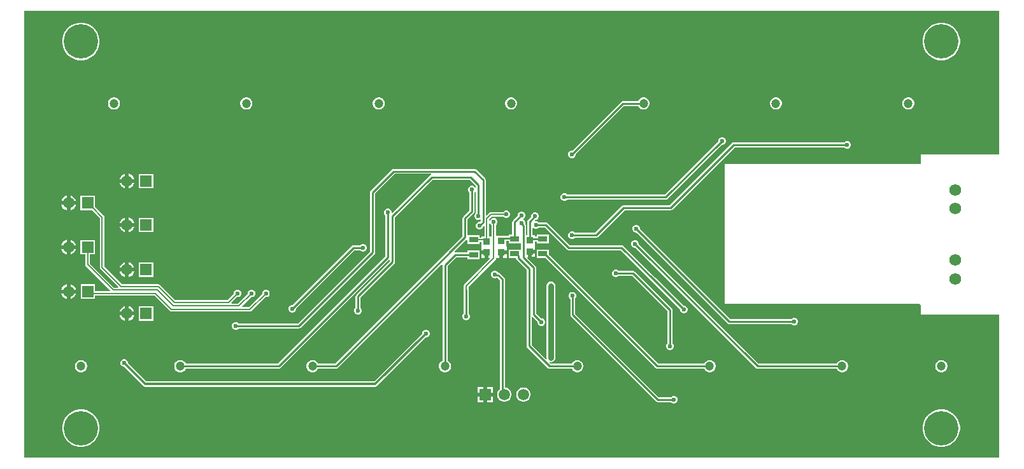
<source format=gbl>
G04*
G04 #@! TF.GenerationSoftware,Altium Limited,Altium Designer,21.2.2 (38)*
G04*
G04 Layer_Physical_Order=2*
G04 Layer_Color=16711680*
%FSLAX25Y25*%
%MOIN*%
G70*
G04*
G04 #@! TF.SameCoordinates,7E302BD7-B57C-4E89-9E1E-63AC0990036A*
G04*
G04*
G04 #@! TF.FilePolarity,Positive*
G04*
G01*
G75*
%ADD14C,0.01000*%
%ADD16R,0.04921X0.02953*%
%ADD20R,0.03740X0.03740*%
%ADD52C,0.00800*%
%ADD55C,0.03000*%
%ADD57C,0.01200*%
%ADD58C,0.04724*%
%ADD59R,0.05906X0.05906*%
%ADD60C,0.05906*%
%ADD61C,0.18000*%
%ADD62C,0.06201*%
%ADD63C,0.02362*%
G36*
X511197Y160000D02*
X470000D01*
Y155000D01*
X367500D01*
Y81500D01*
X469500D01*
X470000Y81000D01*
Y76000D01*
X511197D01*
Y803D01*
X803D01*
Y235197D01*
X511197D01*
Y160000D01*
D02*
G37*
%LPC*%
G36*
X481758Y228963D02*
X479830D01*
X477939Y228587D01*
X476158Y227849D01*
X474555Y226778D01*
X473191Y225414D01*
X472120Y223811D01*
X471382Y222030D01*
X471006Y220139D01*
Y218211D01*
X471382Y216320D01*
X472120Y214539D01*
X473191Y212936D01*
X474555Y211573D01*
X476158Y210502D01*
X477939Y209764D01*
X479830Y209388D01*
X481758D01*
X483648Y209764D01*
X485430Y210502D01*
X487033Y211573D01*
X488396Y212936D01*
X489467Y214539D01*
X490205Y216320D01*
X490581Y218211D01*
Y220139D01*
X490205Y222030D01*
X489467Y223811D01*
X488396Y225414D01*
X487033Y226778D01*
X485430Y227849D01*
X483648Y228587D01*
X481758Y228963D01*
D02*
G37*
G36*
X31364D02*
X29436D01*
X27545Y228587D01*
X25764Y227849D01*
X24161Y226778D01*
X22798Y225414D01*
X21726Y223811D01*
X20989Y222030D01*
X20613Y220139D01*
Y218211D01*
X20989Y216320D01*
X21726Y214539D01*
X22798Y212936D01*
X24161Y211573D01*
X25764Y210502D01*
X27545Y209764D01*
X29436Y209388D01*
X31364D01*
X33255Y209764D01*
X35036Y210502D01*
X36639Y211573D01*
X38002Y212936D01*
X39074Y214539D01*
X39811Y216320D01*
X40187Y218211D01*
Y220139D01*
X39811Y222030D01*
X39074Y223811D01*
X38002Y225414D01*
X36639Y226778D01*
X35036Y227849D01*
X33255Y228587D01*
X31364Y228963D01*
D02*
G37*
G36*
X463885Y189845D02*
X463056D01*
X462255Y189630D01*
X461537Y189215D01*
X460951Y188629D01*
X460536Y187911D01*
X460321Y187110D01*
Y186280D01*
X460536Y185479D01*
X460951Y184761D01*
X461537Y184175D01*
X462255Y183760D01*
X463056Y183545D01*
X463885D01*
X464686Y183760D01*
X465405Y184175D01*
X465991Y184761D01*
X466406Y185479D01*
X466620Y186280D01*
Y187110D01*
X466406Y187911D01*
X465991Y188629D01*
X465405Y189215D01*
X464686Y189630D01*
X463885Y189845D01*
D02*
G37*
G36*
X394594D02*
X393765D01*
X392964Y189630D01*
X392246Y189215D01*
X391659Y188629D01*
X391245Y187911D01*
X391030Y187110D01*
Y186280D01*
X391245Y185479D01*
X391659Y184761D01*
X392246Y184175D01*
X392964Y183760D01*
X393765Y183545D01*
X394594D01*
X395395Y183760D01*
X396113Y184175D01*
X396700Y184761D01*
X397114Y185479D01*
X397329Y186280D01*
Y187110D01*
X397114Y187911D01*
X396700Y188629D01*
X396113Y189215D01*
X395395Y189630D01*
X394594Y189845D01*
D02*
G37*
G36*
X325303D02*
X324474D01*
X323673Y189630D01*
X322954Y189215D01*
X322368Y188629D01*
X322009Y188008D01*
X314195D01*
X313693Y187908D01*
X313267Y187623D01*
X287612Y161969D01*
X287108D01*
X286385Y161669D01*
X285831Y161115D01*
X285531Y160392D01*
Y159608D01*
X285831Y158885D01*
X286385Y158331D01*
X287108Y158031D01*
X287892D01*
X288615Y158331D01*
X289169Y158885D01*
X289469Y159608D01*
Y160112D01*
X314739Y185382D01*
X322009D01*
X322368Y184761D01*
X322954Y184175D01*
X323673Y183760D01*
X324474Y183545D01*
X325303D01*
X326104Y183760D01*
X326822Y184175D01*
X327409Y184761D01*
X327823Y185479D01*
X328038Y186280D01*
Y187110D01*
X327823Y187911D01*
X327409Y188629D01*
X326822Y189215D01*
X326104Y189630D01*
X325303Y189845D01*
D02*
G37*
G36*
X256012D02*
X255182D01*
X254381Y189630D01*
X253663Y189215D01*
X253077Y188629D01*
X252662Y187911D01*
X252447Y187110D01*
Y186280D01*
X252662Y185479D01*
X253077Y184761D01*
X253663Y184175D01*
X254381Y183760D01*
X255182Y183545D01*
X256012D01*
X256813Y183760D01*
X257531Y184175D01*
X258117Y184761D01*
X258532Y185479D01*
X258746Y186280D01*
Y187110D01*
X258532Y187911D01*
X258117Y188629D01*
X257531Y189215D01*
X256813Y189630D01*
X256012Y189845D01*
D02*
G37*
G36*
X186720D02*
X185891D01*
X185090Y189630D01*
X184372Y189215D01*
X183785Y188629D01*
X183370Y187911D01*
X183156Y187110D01*
Y186280D01*
X183370Y185479D01*
X183785Y184761D01*
X184372Y184175D01*
X185090Y183760D01*
X185891Y183545D01*
X186720D01*
X187521Y183760D01*
X188239Y184175D01*
X188826Y184761D01*
X189240Y185479D01*
X189455Y186280D01*
Y187110D01*
X189240Y187911D01*
X188826Y188629D01*
X188239Y189215D01*
X187521Y189630D01*
X186720Y189845D01*
D02*
G37*
G36*
X117429D02*
X116600D01*
X115798Y189630D01*
X115080Y189215D01*
X114494Y188629D01*
X114079Y187911D01*
X113865Y187110D01*
Y186280D01*
X114079Y185479D01*
X114494Y184761D01*
X115080Y184175D01*
X115798Y183760D01*
X116600Y183545D01*
X117429D01*
X118230Y183760D01*
X118948Y184175D01*
X119534Y184761D01*
X119949Y185479D01*
X120164Y186280D01*
Y187110D01*
X119949Y187911D01*
X119534Y188629D01*
X118948Y189215D01*
X118230Y189630D01*
X117429Y189845D01*
D02*
G37*
G36*
X48138D02*
X47308D01*
X46507Y189630D01*
X45789Y189215D01*
X45202Y188629D01*
X44788Y187911D01*
X44573Y187110D01*
Y186280D01*
X44788Y185479D01*
X45202Y184761D01*
X45789Y184175D01*
X46507Y183760D01*
X47308Y183545D01*
X48138D01*
X48939Y183760D01*
X49657Y184175D01*
X50243Y184761D01*
X50658Y185479D01*
X50872Y186280D01*
Y187110D01*
X50658Y187911D01*
X50243Y188629D01*
X49657Y189215D01*
X48939Y189630D01*
X48138Y189845D01*
D02*
G37*
G36*
X431892Y166969D02*
X431108D01*
X430385Y166669D01*
X430029Y166313D01*
X372000D01*
X371498Y166213D01*
X371072Y165928D01*
X338456Y133313D01*
X314500D01*
X313998Y133213D01*
X313572Y132928D01*
X299456Y118813D01*
X288971D01*
X288615Y119169D01*
X287892Y119468D01*
X287108D01*
X286385Y119169D01*
X285831Y118615D01*
X285531Y117892D01*
Y117108D01*
X285831Y116385D01*
X286385Y115831D01*
X287108Y115532D01*
X287892D01*
X288615Y115831D01*
X288971Y116187D01*
X300000D01*
X300502Y116287D01*
X300928Y116572D01*
X315044Y130687D01*
X339000D01*
X339502Y130787D01*
X339928Y131072D01*
X372544Y163687D01*
X430029D01*
X430385Y163331D01*
X431108Y163031D01*
X431892D01*
X432615Y163331D01*
X433169Y163885D01*
X433468Y164608D01*
Y165392D01*
X433169Y166115D01*
X432615Y166669D01*
X431892Y166969D01*
D02*
G37*
G36*
X55500Y149824D02*
Y147000D01*
X58324D01*
X58183Y147526D01*
X57663Y148427D01*
X56927Y149163D01*
X56026Y149683D01*
X55500Y149824D01*
D02*
G37*
G36*
X53500D02*
X52974Y149683D01*
X52073Y149163D01*
X51337Y148427D01*
X50817Y147526D01*
X50676Y147000D01*
X53500D01*
Y149824D01*
D02*
G37*
G36*
X236400Y152413D02*
X194100D01*
X193598Y152313D01*
X193172Y152028D01*
X182072Y140928D01*
X181787Y140502D01*
X181687Y140000D01*
Y109044D01*
X143956Y71313D01*
X112971D01*
X112615Y71669D01*
X111892Y71969D01*
X111108D01*
X110385Y71669D01*
X109831Y71115D01*
X109531Y70392D01*
Y69608D01*
X109831Y68885D01*
X110385Y68331D01*
X111108Y68032D01*
X111892D01*
X112615Y68331D01*
X112971Y68687D01*
X144500D01*
X145002Y68787D01*
X145428Y69072D01*
X183928Y107572D01*
X184213Y107998D01*
X184313Y108500D01*
Y139456D01*
X194644Y149787D01*
X213824D01*
X213873Y149287D01*
X213498Y149213D01*
X213072Y148928D01*
X193468Y129325D01*
X192968Y129532D01*
Y129892D01*
X192669Y130615D01*
X192115Y131169D01*
X191392Y131468D01*
X190608D01*
X189885Y131169D01*
X189331Y130615D01*
X189032Y129892D01*
Y129108D01*
X189331Y128385D01*
X189687Y128029D01*
Y106544D01*
X133356Y50213D01*
X85247D01*
X84889Y50834D01*
X84302Y51420D01*
X83584Y51835D01*
X82783Y52050D01*
X81954D01*
X81153Y51835D01*
X80435Y51420D01*
X79848Y50834D01*
X79434Y50116D01*
X79219Y49315D01*
Y48485D01*
X79434Y47684D01*
X79848Y46966D01*
X80435Y46380D01*
X81153Y45965D01*
X81954Y45750D01*
X82783D01*
X83584Y45965D01*
X84302Y46380D01*
X84889Y46966D01*
X85247Y47587D01*
X133900D01*
X134402Y47687D01*
X134828Y47972D01*
X191687Y104831D01*
X192187Y104624D01*
Y104044D01*
X174572Y86428D01*
X174287Y86002D01*
X174187Y85500D01*
Y79471D01*
X173831Y79115D01*
X173531Y78392D01*
Y77608D01*
X173831Y76885D01*
X174385Y76331D01*
X175108Y76032D01*
X175892D01*
X176615Y76331D01*
X177169Y76885D01*
X177469Y77608D01*
Y78392D01*
X177169Y79115D01*
X176813Y79471D01*
Y84956D01*
X194428Y102572D01*
X194713Y102998D01*
X194813Y103500D01*
Y126956D01*
X214544Y146687D01*
X233956D01*
X237187Y143456D01*
Y142670D01*
X236687Y142570D01*
X236669Y142615D01*
X236115Y143169D01*
X235392Y143468D01*
X234608D01*
X233885Y143169D01*
X233331Y142615D01*
X233032Y141892D01*
Y141108D01*
X233331Y140385D01*
X233687Y140029D01*
Y130544D01*
X230572Y127428D01*
X230287Y127002D01*
X230187Y126500D01*
Y117044D01*
X163356Y50213D01*
X154539D01*
X154180Y50834D01*
X153594Y51420D01*
X152875Y51835D01*
X152075Y52050D01*
X151245D01*
X150444Y51835D01*
X149726Y51420D01*
X149139Y50834D01*
X148725Y50116D01*
X148510Y49315D01*
Y48485D01*
X148725Y47684D01*
X149139Y46966D01*
X149726Y46380D01*
X150444Y45965D01*
X151245Y45750D01*
X152075D01*
X152875Y45965D01*
X153594Y46380D01*
X154180Y46966D01*
X154539Y47587D01*
X163900D01*
X164402Y47687D01*
X164828Y47972D01*
X219209Y102352D01*
X219669Y102106D01*
X219639Y101951D01*
Y51779D01*
X219017Y51420D01*
X218431Y50834D01*
X218016Y50116D01*
X217802Y49315D01*
Y48485D01*
X218016Y47684D01*
X218431Y46966D01*
X219017Y46380D01*
X219736Y45965D01*
X220536Y45750D01*
X221366D01*
X222167Y45965D01*
X222885Y46380D01*
X223471Y46966D01*
X223886Y47684D01*
X224101Y48485D01*
Y49315D01*
X223886Y50116D01*
X223471Y50834D01*
X222885Y51420D01*
X222264Y51779D01*
Y101408D01*
X226859Y106002D01*
X232646D01*
Y105051D01*
X239142D01*
Y109579D01*
X232646D01*
Y108628D01*
X226315D01*
X226160Y108597D01*
X225914Y109058D01*
X232146Y115289D01*
X232646Y115082D01*
Y112925D01*
X239142D01*
Y113978D01*
X240142D01*
Y111748D01*
X239930Y111370D01*
X239930D01*
Y109500D01*
X242800D01*
Y108500D01*
X243800D01*
Y105630D01*
X244265D01*
X244456Y105168D01*
X231144Y91856D01*
X230882Y91463D01*
X230789Y91000D01*
X230789Y91000D01*
Y89505D01*
X230787Y89502D01*
X230687Y89000D01*
Y76471D01*
X230331Y76115D01*
X230031Y75392D01*
Y74608D01*
X230331Y73885D01*
X230885Y73331D01*
X231608Y73032D01*
X232392D01*
X233115Y73331D01*
X233669Y73885D01*
X233968Y74608D01*
Y75392D01*
X233669Y76115D01*
X233313Y76471D01*
Y89000D01*
X233213Y89502D01*
X233211Y89505D01*
Y90499D01*
X247356Y104644D01*
X247356Y104644D01*
X247619Y105037D01*
X247711Y105500D01*
X248116Y105724D01*
X249494D01*
Y108595D01*
X250494D01*
Y109595D01*
X253364D01*
Y111431D01*
X253364Y111465D01*
X253151Y111876D01*
X253151Y111965D01*
Y114687D01*
X254252D01*
Y113425D01*
X260748D01*
X260811Y112951D01*
Y110553D01*
X260748Y110079D01*
X254252D01*
Y105551D01*
X258074D01*
X258159Y105126D01*
X258443Y104700D01*
X263687Y99456D01*
Y59500D01*
X263787Y58998D01*
X264072Y58572D01*
X274672Y47972D01*
X275098Y47687D01*
X275600Y47587D01*
X287364D01*
X287722Y46966D01*
X288309Y46380D01*
X289027Y45965D01*
X289828Y45750D01*
X290657D01*
X291458Y45965D01*
X292176Y46380D01*
X292763Y46966D01*
X293178Y47684D01*
X293392Y48485D01*
Y49315D01*
X293178Y50116D01*
X292763Y50834D01*
X292176Y51420D01*
X291458Y51835D01*
X290657Y52050D01*
X289828D01*
X289027Y51835D01*
X288309Y51420D01*
X287722Y50834D01*
X287364Y50213D01*
X276144D01*
X275624Y50732D01*
X275870Y51193D01*
X276500Y51068D01*
X277393Y51245D01*
X278149Y51751D01*
X278655Y52508D01*
X278832Y53400D01*
Y57800D01*
X278812Y57900D01*
X278832Y58000D01*
Y91003D01*
X278655Y91895D01*
X278149Y92652D01*
X277393Y93157D01*
X276500Y93335D01*
X275607Y93157D01*
X274851Y92652D01*
X274345Y91895D01*
X274168Y91003D01*
Y58403D01*
X274068Y57900D01*
X274168Y57397D01*
Y53400D01*
X274293Y52770D01*
X273832Y52524D01*
X266313Y60044D01*
Y74624D01*
X266813Y74831D01*
X269531Y72112D01*
Y71608D01*
X269831Y70885D01*
X270385Y70331D01*
X271108Y70031D01*
X271892D01*
X272615Y70331D01*
X273169Y70885D01*
X273468Y71608D01*
Y72392D01*
X273169Y73115D01*
X272615Y73669D01*
X271892Y73968D01*
X271388D01*
X268813Y76544D01*
Y100500D01*
X268713Y101002D01*
X268428Y101428D01*
X264094Y105763D01*
X264285Y106224D01*
X264294D01*
Y109095D01*
X265294D01*
Y110094D01*
X268164D01*
Y111965D01*
X268164D01*
X267951Y112343D01*
Y114376D01*
X268952D01*
Y113425D01*
X275448D01*
Y117953D01*
X268952D01*
Y117002D01*
X267951D01*
Y117657D01*
X266606D01*
Y121532D01*
X267106Y121730D01*
X267520Y121316D01*
X268244Y121017D01*
X269027D01*
X269750Y121316D01*
X270106Y121672D01*
X273284D01*
X284885Y110072D01*
X285311Y109787D01*
X285813Y109687D01*
X312956D01*
X329080Y93564D01*
X329080Y93564D01*
X344032Y78612D01*
Y78108D01*
X344331Y77385D01*
X344885Y76831D01*
X345608Y76531D01*
X346392D01*
X347115Y76831D01*
X347669Y77385D01*
X347969Y78108D01*
Y78892D01*
X347669Y79615D01*
X347115Y80169D01*
X346392Y80468D01*
X345888D01*
X330936Y95420D01*
X330936Y95420D01*
X314428Y111928D01*
X314002Y112213D01*
X313500Y112313D01*
X286357D01*
X274756Y123913D01*
X274330Y124198D01*
X273828Y124298D01*
X270106D01*
X269750Y124654D01*
X269027Y124953D01*
X268406D01*
X268131Y125337D01*
X268108Y125416D01*
X268183Y125531D01*
X268492D01*
X269215Y125831D01*
X269769Y126385D01*
X270069Y127108D01*
Y127892D01*
X269769Y128615D01*
X269215Y129169D01*
X268492Y129469D01*
X267708D01*
X266985Y129169D01*
X266431Y128615D01*
X266131Y127892D01*
Y127388D01*
X264365Y125622D01*
X264081Y125196D01*
X263981Y124694D01*
Y117657D01*
X263436D01*
Y122508D01*
X263336Y123010D01*
X263052Y123436D01*
X262942Y123545D01*
X262968Y123608D01*
Y124392D01*
X262669Y125115D01*
X262115Y125669D01*
X261969Y125729D01*
Y126271D01*
X262115Y126331D01*
X262669Y126885D01*
X262968Y127608D01*
Y128392D01*
X262669Y129115D01*
X262115Y129669D01*
X261392Y129969D01*
X260608D01*
X259885Y129669D01*
X259331Y129115D01*
X259032Y128392D01*
Y127888D01*
X256572Y125428D01*
X256287Y125002D01*
X256187Y124500D01*
Y117953D01*
X254252D01*
Y117313D01*
X252449D01*
X251947Y117213D01*
X251902Y117183D01*
X251864D01*
X251737Y117157D01*
X247836Y117157D01*
X247711Y117606D01*
Y122927D01*
X248169Y123385D01*
X248468Y124108D01*
Y124892D01*
X248169Y125615D01*
X247615Y126169D01*
X246892Y126469D01*
X246108D01*
X245385Y126169D01*
X244831Y125615D01*
X244531Y124892D01*
Y124108D01*
X244831Y123385D01*
X245289Y122927D01*
Y117063D01*
X244011D01*
Y125798D01*
X245501Y127289D01*
X251427D01*
X251885Y126831D01*
X252608Y126532D01*
X253392D01*
X254115Y126831D01*
X254669Y127385D01*
X254969Y128108D01*
Y128892D01*
X254669Y129615D01*
X254115Y130169D01*
X253392Y130468D01*
X252608D01*
X251885Y130169D01*
X251427Y129711D01*
X245000D01*
X245000Y129711D01*
X244537Y129619D01*
X244144Y129356D01*
X242732Y127944D01*
X242270Y128135D01*
Y146543D01*
X242170Y147045D01*
X241885Y147471D01*
X237328Y152028D01*
X236902Y152313D01*
X236400Y152413D01*
D02*
G37*
G36*
X68240Y149740D02*
X60760D01*
Y142260D01*
X68240D01*
Y149740D01*
D02*
G37*
G36*
X58324Y145000D02*
X55500D01*
Y142176D01*
X56026Y142317D01*
X56927Y142837D01*
X57663Y143573D01*
X58183Y144474D01*
X58324Y145000D01*
D02*
G37*
G36*
X53500D02*
X50676D01*
X50817Y144474D01*
X51337Y143573D01*
X52073Y142837D01*
X52974Y142317D01*
X53500Y142176D01*
Y145000D01*
D02*
G37*
G36*
X366392Y168968D02*
X365608D01*
X364885Y168669D01*
X364331Y168115D01*
X364032Y167392D01*
Y166888D01*
X335956Y138813D01*
X284971D01*
X284615Y139169D01*
X283892Y139469D01*
X283108D01*
X282385Y139169D01*
X281831Y138615D01*
X281532Y137892D01*
Y137108D01*
X281831Y136385D01*
X282385Y135831D01*
X283108Y135531D01*
X283892D01*
X284615Y135831D01*
X284971Y136187D01*
X336500D01*
X337002Y136287D01*
X337428Y136572D01*
X365888Y165032D01*
X366392D01*
X367115Y165331D01*
X367669Y165885D01*
X367969Y166608D01*
Y167392D01*
X367669Y168115D01*
X367115Y168669D01*
X366392Y168968D01*
D02*
G37*
G36*
X24894Y138324D02*
Y135500D01*
X27718D01*
X27577Y136026D01*
X27057Y136927D01*
X26321Y137663D01*
X25419Y138183D01*
X24894Y138324D01*
D02*
G37*
G36*
X22894D02*
X22368Y138183D01*
X21467Y137663D01*
X20731Y136927D01*
X20210Y136026D01*
X20069Y135500D01*
X22894D01*
Y138324D01*
D02*
G37*
G36*
X27718Y133500D02*
X24894D01*
Y130676D01*
X25419Y130817D01*
X26321Y131337D01*
X27057Y132073D01*
X27577Y132974D01*
X27718Y133500D01*
D02*
G37*
G36*
X22894D02*
X20069D01*
X20210Y132974D01*
X20731Y132073D01*
X21467Y131337D01*
X22368Y130817D01*
X22894Y130676D01*
Y133500D01*
D02*
G37*
G36*
X55500Y126824D02*
Y124000D01*
X58324D01*
X58183Y124526D01*
X57663Y125427D01*
X56927Y126163D01*
X56026Y126683D01*
X55500Y126824D01*
D02*
G37*
G36*
X53500D02*
X52974Y126683D01*
X52073Y126163D01*
X51337Y125427D01*
X50817Y124526D01*
X50676Y124000D01*
X53500D01*
Y126824D01*
D02*
G37*
G36*
X68240Y126740D02*
X60760D01*
Y119260D01*
X68240D01*
Y126740D01*
D02*
G37*
G36*
X58324Y122000D02*
X55500D01*
Y119176D01*
X56026Y119317D01*
X56927Y119837D01*
X57663Y120573D01*
X58183Y121474D01*
X58324Y122000D01*
D02*
G37*
G36*
X53500D02*
X50676D01*
X50817Y121474D01*
X51337Y120573D01*
X52073Y119837D01*
X52974Y119317D01*
X53500Y119176D01*
Y122000D01*
D02*
G37*
G36*
X24894Y115124D02*
Y112300D01*
X27718D01*
X27577Y112826D01*
X27057Y113727D01*
X26321Y114463D01*
X25419Y114983D01*
X24894Y115124D01*
D02*
G37*
G36*
X22894D02*
X22368Y114983D01*
X21467Y114463D01*
X20731Y113727D01*
X20210Y112826D01*
X20069Y112300D01*
X22894D01*
Y115124D01*
D02*
G37*
G36*
X178392Y112969D02*
X177608D01*
X176885Y112669D01*
X176529Y112313D01*
X173000D01*
X172498Y112213D01*
X172072Y111928D01*
X141112Y80968D01*
X140608D01*
X139885Y80669D01*
X139331Y80115D01*
X139032Y79392D01*
Y78608D01*
X139331Y77885D01*
X139885Y77331D01*
X140608Y77031D01*
X141392D01*
X142115Y77331D01*
X142669Y77885D01*
X142968Y78608D01*
Y79112D01*
X173544Y109687D01*
X176529D01*
X176885Y109331D01*
X177608Y109031D01*
X178392D01*
X179115Y109331D01*
X179669Y109885D01*
X179969Y110608D01*
Y111392D01*
X179669Y112115D01*
X179115Y112669D01*
X178392Y112969D01*
D02*
G37*
G36*
X27718Y110300D02*
X24894D01*
Y107476D01*
X25419Y107617D01*
X26321Y108137D01*
X27057Y108873D01*
X27577Y109774D01*
X27718Y110300D01*
D02*
G37*
G36*
X22894D02*
X20069D01*
X20210Y109774D01*
X20731Y108873D01*
X21467Y108137D01*
X22368Y107617D01*
X22894Y107476D01*
Y110300D01*
D02*
G37*
G36*
X268164Y108095D02*
X266294D01*
Y106224D01*
X268164D01*
Y108095D01*
D02*
G37*
G36*
X253364Y107595D02*
X251494D01*
Y105724D01*
X253364D01*
Y107595D01*
D02*
G37*
G36*
X241800Y107500D02*
X239930D01*
Y105630D01*
X241800D01*
Y107500D01*
D02*
G37*
G36*
X55500Y103324D02*
Y100500D01*
X58324D01*
X58183Y101026D01*
X57663Y101927D01*
X56927Y102663D01*
X56026Y103183D01*
X55500Y103324D01*
D02*
G37*
G36*
X53500D02*
X52974Y103183D01*
X52073Y102663D01*
X51337Y101927D01*
X50817Y101026D01*
X50676Y100500D01*
X53500D01*
Y103324D01*
D02*
G37*
G36*
X68240Y103240D02*
X60760D01*
Y95760D01*
X68240D01*
Y103240D01*
D02*
G37*
G36*
X58324Y98500D02*
X55500D01*
Y95676D01*
X56026Y95817D01*
X56927Y96337D01*
X57663Y97073D01*
X58183Y97974D01*
X58324Y98500D01*
D02*
G37*
G36*
X53500D02*
X50676D01*
X50817Y97974D01*
X51337Y97073D01*
X52073Y96337D01*
X52974Y95817D01*
X53500Y95676D01*
Y98500D01*
D02*
G37*
G36*
X37634Y138240D02*
X30154D01*
Y130760D01*
X36028D01*
X40289Y126498D01*
Y100669D01*
X40289Y100669D01*
X40382Y100205D01*
X40644Y99813D01*
X49950Y90507D01*
X49758Y90045D01*
X47767D01*
X35104Y102708D01*
Y107560D01*
X37634D01*
Y115040D01*
X30154D01*
Y107560D01*
X32683D01*
Y102206D01*
X32683Y102206D01*
X32775Y101743D01*
X33038Y101350D01*
X45715Y88673D01*
X45524Y88211D01*
X37692D01*
Y91792D01*
X30212D01*
Y84312D01*
X37692D01*
Y85789D01*
X68998D01*
X76944Y77844D01*
X76944Y77844D01*
X77337Y77582D01*
X77800Y77489D01*
X118845D01*
X118846Y77489D01*
X119309Y77582D01*
X119702Y77844D01*
X126966Y85109D01*
X127614D01*
X128338Y85408D01*
X128892Y85962D01*
X129191Y86686D01*
Y87469D01*
X128892Y88192D01*
X128338Y88746D01*
X127614Y89046D01*
X126831D01*
X126108Y88746D01*
X125554Y88192D01*
X125254Y87469D01*
Y86821D01*
X118344Y79911D01*
X114976D01*
X114785Y80373D01*
X119544Y85132D01*
X120192D01*
X120915Y85431D01*
X121469Y85985D01*
X121768Y86708D01*
Y87492D01*
X121469Y88215D01*
X120915Y88769D01*
X120192Y89069D01*
X119408D01*
X118685Y88769D01*
X118131Y88215D01*
X117832Y87492D01*
Y86844D01*
X112698Y81711D01*
X109376D01*
X109185Y82173D01*
X112144Y85132D01*
X112792D01*
X113515Y85431D01*
X114069Y85985D01*
X114368Y86708D01*
Y87492D01*
X114069Y88215D01*
X113515Y88769D01*
X112792Y89069D01*
X112008D01*
X111285Y88769D01*
X110731Y88215D01*
X110432Y87492D01*
Y86844D01*
X107098Y83511D01*
X79793D01*
X71813Y91490D01*
X71420Y91753D01*
X70957Y91845D01*
X70957Y91845D01*
X52036D01*
X42711Y101170D01*
Y127000D01*
X42711Y127000D01*
X42619Y127463D01*
X42356Y127856D01*
X37634Y132578D01*
Y138240D01*
D02*
G37*
G36*
X24952Y91876D02*
Y89052D01*
X27776D01*
X27635Y89578D01*
X27115Y90479D01*
X26379Y91215D01*
X25478Y91735D01*
X24952Y91876D01*
D02*
G37*
G36*
X22952D02*
X22426Y91735D01*
X21525Y91215D01*
X20789Y90479D01*
X20269Y89578D01*
X20128Y89052D01*
X22952D01*
Y91876D01*
D02*
G37*
G36*
X27776Y87052D02*
X24952D01*
Y84228D01*
X25478Y84369D01*
X26379Y84889D01*
X27115Y85625D01*
X27635Y86526D01*
X27776Y87052D01*
D02*
G37*
G36*
X22952D02*
X20128D01*
X20269Y86526D01*
X20789Y85625D01*
X21525Y84889D01*
X22426Y84369D01*
X22952Y84228D01*
Y87052D01*
D02*
G37*
G36*
X55500Y80324D02*
Y77500D01*
X58324D01*
X58183Y78026D01*
X57663Y78927D01*
X56927Y79663D01*
X56026Y80183D01*
X55500Y80324D01*
D02*
G37*
G36*
X53500D02*
X52974Y80183D01*
X52073Y79663D01*
X51337Y78927D01*
X50817Y78026D01*
X50676Y77500D01*
X53500D01*
Y80324D01*
D02*
G37*
G36*
X68240Y80240D02*
X60760D01*
Y72760D01*
X68240D01*
Y80240D01*
D02*
G37*
G36*
X58324Y75500D02*
X55500D01*
Y72676D01*
X56026Y72817D01*
X56927Y73337D01*
X57663Y74073D01*
X58183Y74974D01*
X58324Y75500D01*
D02*
G37*
G36*
X53500D02*
X50676D01*
X50817Y74974D01*
X51337Y74073D01*
X52073Y73337D01*
X52974Y72817D01*
X53500Y72676D01*
Y75500D01*
D02*
G37*
G36*
X321392Y122968D02*
X320608D01*
X319885Y122669D01*
X319331Y122115D01*
X319032Y121392D01*
Y120608D01*
X319331Y119885D01*
X319885Y119331D01*
X320608Y119032D01*
X321112D01*
X368876Y71268D01*
X369301Y70984D01*
X369804Y70884D01*
X402342D01*
X402698Y70527D01*
X403421Y70228D01*
X404205D01*
X404928Y70527D01*
X405482Y71081D01*
X405782Y71805D01*
Y72588D01*
X405482Y73311D01*
X404928Y73865D01*
X404205Y74165D01*
X403421D01*
X402698Y73865D01*
X402342Y73509D01*
X370347D01*
X322969Y120888D01*
Y121392D01*
X322669Y122115D01*
X322115Y122669D01*
X321392Y122968D01*
D02*
G37*
G36*
X310792Y99468D02*
X310008D01*
X309285Y99169D01*
X308731Y98615D01*
X308432Y97892D01*
Y97108D01*
X308731Y96385D01*
X309285Y95831D01*
X310008Y95531D01*
X310792D01*
X311515Y95831D01*
X311871Y96187D01*
X318956D01*
X337387Y77756D01*
Y60871D01*
X337031Y60515D01*
X336732Y59792D01*
Y59008D01*
X337031Y58285D01*
X337585Y57731D01*
X338308Y57432D01*
X339092D01*
X339815Y57731D01*
X340369Y58285D01*
X340669Y59008D01*
Y59792D01*
X340369Y60515D01*
X340013Y60871D01*
Y78300D01*
X339913Y78802D01*
X339628Y79228D01*
X320428Y98428D01*
X320002Y98713D01*
X319500Y98813D01*
X311871D01*
X311515Y99169D01*
X310792Y99468D01*
D02*
G37*
G36*
X481208Y52050D02*
X480379D01*
X479578Y51835D01*
X478860Y51420D01*
X478273Y50834D01*
X477859Y50116D01*
X477644Y49315D01*
Y48485D01*
X477859Y47684D01*
X478273Y46966D01*
X478860Y46380D01*
X479578Y45965D01*
X480379Y45750D01*
X481208D01*
X482009Y45965D01*
X482728Y46380D01*
X483314Y46966D01*
X483729Y47684D01*
X483943Y48485D01*
Y49315D01*
X483729Y50116D01*
X483314Y50834D01*
X482728Y51420D01*
X482009Y51835D01*
X481208Y52050D01*
D02*
G37*
G36*
X320892Y114969D02*
X320108D01*
X319385Y114669D01*
X318831Y114115D01*
X318531Y113392D01*
Y112608D01*
X318831Y111885D01*
X319385Y111331D01*
X320108Y111031D01*
X320612D01*
X383672Y47972D01*
X384098Y47687D01*
X384600Y47587D01*
X425946D01*
X426305Y46966D01*
X426891Y46380D01*
X427609Y45965D01*
X428410Y45750D01*
X429240D01*
X430041Y45965D01*
X430759Y46380D01*
X431346Y46966D01*
X431760Y47684D01*
X431975Y48485D01*
Y49315D01*
X431760Y50116D01*
X431346Y50834D01*
X430759Y51420D01*
X430041Y51835D01*
X429240Y52050D01*
X428410D01*
X427609Y51835D01*
X426891Y51420D01*
X426305Y50834D01*
X425946Y50213D01*
X385144D01*
X322468Y112888D01*
Y113392D01*
X322169Y114115D01*
X321615Y114669D01*
X320892Y114969D01*
D02*
G37*
G36*
X275448Y110079D02*
X268952D01*
Y105551D01*
X273592D01*
X331171Y47972D01*
X331597Y47687D01*
X332099Y47587D01*
X356655D01*
X357014Y46966D01*
X357600Y46380D01*
X358318Y45965D01*
X359119Y45750D01*
X359948D01*
X360750Y45965D01*
X361468Y46380D01*
X362054Y46966D01*
X362469Y47684D01*
X362684Y48485D01*
Y49315D01*
X362469Y50116D01*
X362054Y50834D01*
X361468Y51420D01*
X360750Y51835D01*
X359948Y52050D01*
X359119D01*
X358318Y51835D01*
X357600Y51420D01*
X357014Y50834D01*
X356655Y50213D01*
X332643D01*
X275448Y107407D01*
Y110079D01*
D02*
G37*
G36*
X30815Y52050D02*
X29985D01*
X29184Y51835D01*
X28466Y51420D01*
X27880Y50834D01*
X27465Y50116D01*
X27250Y49315D01*
Y48485D01*
X27465Y47684D01*
X27880Y46966D01*
X28466Y46380D01*
X29184Y45965D01*
X29985Y45750D01*
X30815D01*
X31616Y45965D01*
X32334Y46380D01*
X32920Y46966D01*
X33335Y47684D01*
X33550Y48485D01*
Y49315D01*
X33335Y50116D01*
X32920Y50834D01*
X32334Y51420D01*
X31616Y51835D01*
X30815Y52050D01*
D02*
G37*
G36*
X211392Y67968D02*
X210608D01*
X209885Y67669D01*
X209331Y67115D01*
X209032Y66392D01*
Y66032D01*
X183914Y40915D01*
X64586D01*
X54969Y50532D01*
Y50892D01*
X54669Y51615D01*
X54115Y52169D01*
X53392Y52469D01*
X52608D01*
X51885Y52169D01*
X51331Y51615D01*
X51032Y50892D01*
Y50108D01*
X51331Y49385D01*
X51885Y48831D01*
X52608Y48531D01*
X52968D01*
X63000Y38500D01*
X63459Y38193D01*
X64000Y38085D01*
X184500D01*
X185041Y38193D01*
X185500Y38500D01*
X211032Y64031D01*
X211392D01*
X212115Y64331D01*
X212669Y64885D01*
X212968Y65608D01*
Y66392D01*
X212669Y67115D01*
X212115Y67669D01*
X211392Y67968D01*
D02*
G37*
G36*
X245953Y37953D02*
X243000D01*
Y35000D01*
X245953D01*
Y37953D01*
D02*
G37*
G36*
X241000D02*
X238047D01*
Y35000D01*
X241000D01*
Y37953D01*
D02*
G37*
G36*
X262492Y37740D02*
X261508D01*
X260556Y37485D01*
X259703Y36993D01*
X259007Y36296D01*
X258515Y35444D01*
X258260Y34492D01*
Y33508D01*
X258515Y32556D01*
X259007Y31703D01*
X259703Y31007D01*
X260556Y30515D01*
X261508Y30260D01*
X262492D01*
X263444Y30515D01*
X264297Y31007D01*
X264993Y31703D01*
X265485Y32556D01*
X265740Y33508D01*
Y34492D01*
X265485Y35444D01*
X264993Y36296D01*
X264297Y36993D01*
X263444Y37485D01*
X262492Y37740D01*
D02*
G37*
G36*
X247392Y98968D02*
X246608D01*
X245885Y98669D01*
X245331Y98115D01*
X245031Y97392D01*
Y96608D01*
X245331Y95885D01*
X245885Y95331D01*
X246608Y95031D01*
X247392D01*
X248115Y95331D01*
X248211Y95427D01*
X248217D01*
X249687Y93956D01*
Y38000D01*
X249749Y37691D01*
Y37019D01*
X249704Y36993D01*
X249007Y36296D01*
X248515Y35444D01*
X248260Y34492D01*
Y33508D01*
X248515Y32556D01*
X249007Y31703D01*
X249704Y31007D01*
X250556Y30515D01*
X251508Y30260D01*
X252492D01*
X253444Y30515D01*
X254296Y31007D01*
X254993Y31703D01*
X255485Y32556D01*
X255740Y33508D01*
Y34492D01*
X255485Y35444D01*
X254993Y36296D01*
X254296Y36993D01*
X253444Y37485D01*
X252492Y37740D01*
X252374D01*
Y37939D01*
X252313Y38247D01*
Y94500D01*
X252213Y95002D01*
X251928Y95428D01*
X249689Y97667D01*
X249263Y97952D01*
X248761Y98052D01*
X248695D01*
X248669Y98115D01*
X248115Y98669D01*
X247392Y98968D01*
D02*
G37*
G36*
X245953Y33000D02*
X243000D01*
Y30047D01*
X245953D01*
Y33000D01*
D02*
G37*
G36*
X241000D02*
X238047D01*
Y30047D01*
X241000D01*
Y33000D01*
D02*
G37*
G36*
X287992Y87769D02*
X287208D01*
X286485Y87469D01*
X285931Y86915D01*
X285631Y86192D01*
Y85408D01*
X285931Y84685D01*
X286485Y84131D01*
X286548Y84105D01*
Y75839D01*
X286648Y75337D01*
X286932Y74911D01*
X331372Y30472D01*
X331798Y30187D01*
X332300Y30087D01*
X339229D01*
X339585Y29731D01*
X340308Y29432D01*
X341092D01*
X341815Y29731D01*
X342369Y30285D01*
X342669Y31008D01*
Y31792D01*
X342369Y32515D01*
X341815Y33069D01*
X341092Y33369D01*
X340308D01*
X339585Y33069D01*
X339229Y32713D01*
X332844D01*
X289173Y76383D01*
Y84589D01*
X289269Y84685D01*
X289568Y85408D01*
Y86192D01*
X289269Y86915D01*
X288715Y87469D01*
X287992Y87769D01*
D02*
G37*
G36*
X481758Y26207D02*
X479830D01*
X477939Y25831D01*
X476158Y25093D01*
X474555Y24022D01*
X473191Y22659D01*
X472120Y21056D01*
X471382Y19275D01*
X471006Y17384D01*
Y15456D01*
X471382Y13565D01*
X472120Y11784D01*
X473191Y10181D01*
X474555Y8817D01*
X476158Y7746D01*
X477939Y7008D01*
X479830Y6632D01*
X481758D01*
X483649Y7008D01*
X485430Y7746D01*
X487033Y8817D01*
X488396Y10181D01*
X489467Y11784D01*
X490205Y13565D01*
X490581Y15456D01*
Y17384D01*
X490205Y19275D01*
X489467Y21056D01*
X488396Y22659D01*
X487033Y24022D01*
X485430Y25093D01*
X483649Y25831D01*
X481758Y26207D01*
D02*
G37*
G36*
X31364D02*
X29436D01*
X27545Y25831D01*
X25764Y25093D01*
X24161Y24022D01*
X22798Y22659D01*
X21726Y21056D01*
X20989Y19275D01*
X20613Y17384D01*
Y15456D01*
X20989Y13565D01*
X21726Y11784D01*
X22798Y10181D01*
X24161Y8817D01*
X25764Y7746D01*
X27545Y7008D01*
X29436Y6632D01*
X31364D01*
X33255Y7008D01*
X35036Y7746D01*
X36639Y8817D01*
X38002Y10181D01*
X39074Y11784D01*
X39811Y13565D01*
X40187Y15456D01*
Y17384D01*
X39811Y19275D01*
X39074Y21056D01*
X38002Y22659D01*
X36639Y24022D01*
X35036Y25093D01*
X33255Y25831D01*
X31364Y26207D01*
D02*
G37*
%LPD*%
G36*
X237187Y140330D02*
Y129317D01*
X237161Y129306D01*
X236607Y128752D01*
X236307Y128029D01*
Y127246D01*
X236607Y126522D01*
X237161Y125968D01*
X237884Y125669D01*
X238667D01*
X239087Y125842D01*
X239587Y125511D01*
Y124944D01*
X239112Y124469D01*
X238608D01*
X237885Y124169D01*
X237331Y123615D01*
X237032Y122892D01*
Y122108D01*
X237331Y121385D01*
X237885Y120831D01*
X238608Y120531D01*
X239392D01*
X240115Y120831D01*
X240669Y121385D01*
X240968Y122108D01*
Y122296D01*
X241089Y122379D01*
X241589Y122116D01*
Y117063D01*
X240142D01*
Y116400D01*
X239142D01*
Y117453D01*
X232813D01*
Y125956D01*
X235928Y129072D01*
X236213Y129498D01*
X236313Y130000D01*
Y140029D01*
X236669Y140385D01*
X236687Y140430D01*
X237187Y140330D01*
D02*
G37*
D14*
X240900Y124400D02*
Y127087D01*
X133900Y48900D02*
X191000Y106000D01*
X251864Y115870D02*
X252319D01*
X384600Y48900D02*
X428825D01*
X339000Y132000D02*
X372000Y165000D01*
X251061Y34939D02*
X252000Y34000D01*
X240900Y127087D02*
X240957Y127144D01*
X191000Y106000D02*
Y129500D01*
X252319Y115870D02*
X252449Y116000D01*
X287861Y75839D02*
X332300Y31400D01*
X372000Y165000D02*
X431500D01*
X232000Y75000D02*
Y89000D01*
X287600Y85800D02*
X287861Y85539D01*
X251000Y38000D02*
Y94500D01*
X265000Y59500D02*
Y100000D01*
X183000Y108500D02*
Y140000D01*
X151660Y48900D02*
X163900D01*
X332300Y31400D02*
X340700D01*
X262123Y105877D02*
X267500Y100500D01*
X265000Y59500D02*
X275600Y48900D01*
X287500Y117500D02*
X300000D01*
X287861Y75839D02*
Y85539D01*
X251000Y38000D02*
X251061Y37939D01*
X183000Y140000D02*
X194100Y151100D01*
X163900Y48900D02*
X231500Y116500D01*
X273828Y122985D02*
X285813Y111000D01*
X268635Y122985D02*
X273828D01*
X257500Y115689D02*
Y124500D01*
X314500Y132000D02*
X339000D01*
X261000Y123631D02*
Y124000D01*
X173000Y111000D02*
X178000D01*
X251061Y34939D02*
Y37939D01*
X267500Y76000D02*
X271500Y72000D01*
X194100Y151100D02*
X236400D01*
X231500Y116500D02*
Y126500D01*
X319500Y97500D02*
X338700Y78300D01*
X267500Y76000D02*
Y100500D01*
X250494Y114500D02*
X251864Y115870D01*
X265294Y124694D02*
X268100Y127500D01*
X257500Y124500D02*
X261000Y128000D01*
X300000Y117500D02*
X314500Y132000D01*
X257500Y107815D02*
X258395D01*
X261000Y123631D02*
X262123Y122508D01*
X141000Y79000D02*
X173000Y111000D01*
X226315Y107315D02*
X235894D01*
X332099Y48900D02*
X359534D01*
X338700Y59400D02*
Y78300D01*
X193500Y127500D02*
X214000Y148000D01*
X369804Y72196D02*
X403813D01*
X262123Y105877D02*
Y122508D01*
X231500Y126500D02*
X235000Y130000D01*
X220951Y101951D02*
X226315Y107315D01*
X314195Y186695D02*
X324888D01*
X310400Y97500D02*
X319500D01*
X259372Y105628D02*
Y106839D01*
X193500Y103500D02*
Y127500D01*
X220951Y48900D02*
Y101951D01*
X321000Y121000D02*
X369804Y72196D01*
X272200Y107815D02*
X273184D01*
X235000Y130000D02*
Y141500D01*
X265294Y115000D02*
Y124694D01*
X287500Y160000D02*
X314195Y186695D01*
X330008Y94492D02*
X346000Y78500D01*
X82368Y48900D02*
X133900D01*
X175500Y78000D02*
Y85500D01*
X321000Y121000D02*
X321000D01*
X273184Y107815D02*
X332099Y48900D01*
X214000Y148000D02*
X234500D01*
X265983Y115689D02*
X272200D01*
X275600Y48900D02*
X290243D01*
X330008Y94492D02*
Y94492D01*
X247261Y96739D02*
X248761D01*
X175500Y85500D02*
X193500Y103500D01*
X240957Y127144D02*
Y146543D01*
X272200Y108504D02*
X272495D01*
X234500Y148000D02*
X238500Y144000D01*
X265294Y115000D02*
X265983Y115689D01*
X285813Y111000D02*
X313500D01*
X247000Y97000D02*
X247261Y96739D01*
X258395Y107815D02*
X259372Y106839D01*
X144500Y70000D02*
X183000Y108500D01*
X239000Y122500D02*
X240900Y124400D01*
X238500Y127861D02*
Y144000D01*
X257189Y116000D02*
X257500Y115689D01*
X336500Y137500D02*
X366000Y167000D01*
X313500Y111000D02*
X330008Y94492D01*
X111500Y70000D02*
X144500D01*
X259372Y105628D02*
X265000Y100000D01*
X236400Y151100D02*
X240957Y146543D01*
X238276Y127637D02*
X238500Y127861D01*
X252449Y116000D02*
X257189D01*
X283500Y137500D02*
X336500D01*
X320500Y113000D02*
X384600Y48900D01*
X248761Y96739D02*
X251000Y94500D01*
D16*
X235894Y115189D02*
D03*
Y107315D02*
D03*
X257500Y115689D02*
D03*
Y107815D02*
D03*
X272200Y115689D02*
D03*
Y107815D02*
D03*
D20*
X250494Y108595D02*
D03*
Y114500D02*
D03*
X242800Y108500D02*
D03*
Y114406D02*
D03*
X265294Y109095D02*
D03*
Y115000D02*
D03*
D52*
X36553Y131947D02*
X41500Y127000D01*
X35004Y87000D02*
X69500D01*
X232000Y89000D02*
Y91000D01*
X69500Y87000D02*
X77800Y78700D01*
X242800Y114406D02*
Y126300D01*
X107600Y82300D02*
X112400Y87100D01*
X47266Y88834D02*
X70266D01*
X235894Y115189D02*
X242017D01*
X33894Y102206D02*
Y111300D01*
X78600Y80500D02*
X113200D01*
X242017Y115189D02*
X242800Y114406D01*
X118846Y78700D02*
X127223Y87077D01*
X70266Y88834D02*
X78600Y80500D01*
X242800Y126300D02*
X245000Y128500D01*
X113200Y80500D02*
X119800Y87100D01*
X245000Y128500D02*
X253000D01*
X79291Y82300D02*
X107600D01*
X51534Y90634D02*
X70957D01*
X33894Y134500D02*
X36446Y131947D01*
X70957Y90634D02*
X79291Y82300D01*
X36446Y131947D02*
X36553D01*
X33952Y88052D02*
X35004Y87000D01*
X41500Y100669D02*
Y127000D01*
X33894Y102206D02*
X47266Y88834D01*
X246500Y105500D02*
Y124500D01*
X41500Y100669D02*
X51534Y90634D01*
X77800Y78700D02*
X118846D01*
X232000Y91000D02*
X246500Y105500D01*
D55*
X276500Y53400D02*
Y57800D01*
Y58000D02*
Y91003D01*
X276400Y57900D02*
X276500Y58000D01*
X276400Y57900D02*
X276500Y57800D01*
D57*
X184500Y39500D02*
X211000Y66000D01*
X53000Y50500D02*
X64000Y39500D01*
X184500D01*
D58*
X30400Y48900D02*
D03*
X480794D02*
D03*
X255597Y186695D02*
D03*
X220951Y48900D02*
D03*
X463471Y186695D02*
D03*
X428825Y48900D02*
D03*
X186305Y186695D02*
D03*
X151660Y48900D02*
D03*
X394180Y186695D02*
D03*
X359534Y48900D02*
D03*
X117014Y186695D02*
D03*
X82368Y48900D02*
D03*
X324888Y186695D02*
D03*
X290243Y48900D02*
D03*
X47723Y186695D02*
D03*
D59*
X64500Y76500D02*
D03*
Y146000D02*
D03*
X33894Y111300D02*
D03*
Y134500D02*
D03*
X64500Y123000D02*
D03*
X33952Y88052D02*
D03*
X64500Y99500D02*
D03*
X242000Y34000D02*
D03*
D60*
X54500Y76500D02*
D03*
Y146000D02*
D03*
X23894Y111300D02*
D03*
Y134500D02*
D03*
X54500Y123000D02*
D03*
X23952Y88052D02*
D03*
X54500Y99500D02*
D03*
X262000Y34000D02*
D03*
X252000D02*
D03*
D61*
X30400Y16420D02*
D03*
X480794Y219175D02*
D03*
X480794Y16420D02*
D03*
X30400Y219175D02*
D03*
D62*
X488000Y104500D02*
D03*
Y94657D02*
D03*
Y141342D02*
D03*
Y131500D02*
D03*
D63*
X307500Y146500D02*
D03*
X449850Y8000D02*
D03*
X430400D02*
D03*
X410950D02*
D03*
X391500D02*
D03*
X372050D02*
D03*
X352600D02*
D03*
X333150D02*
D03*
X313700D02*
D03*
X294250D02*
D03*
X274800D02*
D03*
X216450D02*
D03*
X255350D02*
D03*
X235900D02*
D03*
X197000D02*
D03*
X99000Y131000D02*
D03*
X87500Y141500D02*
D03*
X110000D02*
D03*
X165000Y120000D02*
D03*
X146000D02*
D03*
X109500D02*
D03*
X165000Y129000D02*
D03*
X146000D02*
D03*
X222000Y29500D02*
D03*
X209500Y47500D02*
D03*
X205000Y31000D02*
D03*
X303500Y46000D02*
D03*
X321500Y31000D02*
D03*
X87525Y194500D02*
D03*
X408450Y58350D02*
D03*
X398725Y77800D02*
D03*
X369550Y175050D02*
D03*
X155600Y213950D02*
D03*
X330650Y58350D02*
D03*
X340375Y155600D02*
D03*
X204225Y194500D02*
D03*
X486250Y175050D02*
D03*
X379275Y77800D02*
D03*
X48625Y155600D02*
D03*
X19450Y175050D02*
D03*
Y97250D02*
D03*
X437625Y194500D02*
D03*
X175050Y19450D02*
D03*
X155600Y175050D02*
D03*
X311200Y213950D02*
D03*
X194500D02*
D03*
X165325Y194500D02*
D03*
X350100Y58350D02*
D03*
X418175Y77800D02*
D03*
X136150Y58350D02*
D03*
X457075Y77800D02*
D03*
X87525Y155600D02*
D03*
X291750Y175050D02*
D03*
X427900Y213950D02*
D03*
X77800Y136150D02*
D03*
X126425Y155600D02*
D03*
X350100Y136150D02*
D03*
X282025Y194500D02*
D03*
X369550Y213950D02*
D03*
X97250D02*
D03*
X447350D02*
D03*
X408450D02*
D03*
X495975Y194500D02*
D03*
X223675D02*
D03*
X389000Y58350D02*
D03*
X29175Y77800D02*
D03*
X213950Y213950D02*
D03*
X77800D02*
D03*
X398725Y38900D02*
D03*
X29175Y155600D02*
D03*
X97250Y19450D02*
D03*
X116700Y213950D02*
D03*
X320925Y116700D02*
D03*
X408450Y175050D02*
D03*
X58350Y213950D02*
D03*
X77800Y19450D02*
D03*
X155600D02*
D03*
X301475Y194500D02*
D03*
X77800Y175050D02*
D03*
X359825Y77800D02*
D03*
X272300Y213950D02*
D03*
X320925Y155600D02*
D03*
X58350Y19450D02*
D03*
X136150Y213950D02*
D03*
X272300Y175050D02*
D03*
X252850Y213950D02*
D03*
X330650D02*
D03*
X68075Y194500D02*
D03*
Y155600D02*
D03*
X213950Y175050D02*
D03*
X291750Y213950D02*
D03*
X418175Y194500D02*
D03*
X116700Y19450D02*
D03*
X301475Y155600D02*
D03*
X29175Y116700D02*
D03*
X136150Y19450D02*
D03*
X350100Y213950D02*
D03*
X48625Y116700D02*
D03*
X389000Y213950D02*
D03*
X145875Y194500D02*
D03*
X233400Y213950D02*
D03*
X466800Y58350D02*
D03*
X29175Y194500D02*
D03*
X175050Y213950D02*
D03*
X87525Y116700D02*
D03*
X106975Y155600D02*
D03*
X437625Y77800D02*
D03*
X359825Y194500D02*
D03*
X154500Y86500D02*
D03*
X218500Y137500D02*
D03*
X186500Y108000D02*
D03*
X205544Y73694D02*
D03*
X320500Y113000D02*
D03*
X393582Y27732D02*
D03*
X358500Y96500D02*
D03*
X175500Y78000D02*
D03*
X270500Y95500D02*
D03*
X226000Y159000D02*
D03*
X276500Y86600D02*
D03*
X165000Y85500D02*
D03*
X112400Y87100D02*
D03*
X191000Y129500D02*
D03*
X246000Y70000D02*
D03*
X289000Y142000D02*
D03*
X321000Y121000D02*
D03*
X253488Y119505D02*
D03*
X468082Y44732D02*
D03*
X361500Y145000D02*
D03*
X261000Y128000D02*
D03*
X240519Y95095D02*
D03*
X268635Y122985D02*
D03*
X247000Y159000D02*
D03*
X276500Y91003D02*
D03*
X16000Y58000D02*
D03*
X187000Y120500D02*
D03*
X207500Y87000D02*
D03*
X229163Y54862D02*
D03*
X249488Y119505D02*
D03*
X259500Y96500D02*
D03*
X206000Y147500D02*
D03*
X353500Y130000D02*
D03*
X285500Y104000D02*
D03*
X261000Y124000D02*
D03*
X140500Y155000D02*
D03*
X338700Y59400D02*
D03*
X276400Y57900D02*
D03*
X197085Y120242D02*
D03*
X196062Y87186D02*
D03*
X240000Y55000D02*
D03*
X223500Y132500D02*
D03*
X334500Y145500D02*
D03*
X209163Y58862D02*
D03*
X287500Y160000D02*
D03*
X136500Y85500D02*
D03*
X247000Y97000D02*
D03*
X287600Y85800D02*
D03*
X251500Y124630D02*
D03*
X185662Y82986D02*
D03*
X345500Y155500D02*
D03*
X60000Y169500D02*
D03*
X283500Y137500D02*
D03*
X129500Y79000D02*
D03*
X211000Y66000D02*
D03*
X249000Y103500D02*
D03*
X239000Y122500D02*
D03*
X177500Y137000D02*
D03*
X127223Y87077D02*
D03*
X53000Y50500D02*
D03*
X320500Y127000D02*
D03*
X128500Y169000D02*
D03*
X366000Y167000D02*
D03*
X69500Y57000D02*
D03*
X232000Y75000D02*
D03*
X235000Y141500D02*
D03*
X152000Y145000D02*
D03*
X119800Y87100D02*
D03*
X271500Y72000D02*
D03*
X286500Y128500D02*
D03*
X315364Y88061D02*
D03*
X329500Y123000D02*
D03*
X265019Y168596D02*
D03*
X287500Y117500D02*
D03*
X46500Y66000D02*
D03*
X178000Y111000D02*
D03*
X176500Y68500D02*
D03*
X238276Y127637D02*
D03*
X178000Y145500D02*
D03*
X257500Y103500D02*
D03*
X226000Y93000D02*
D03*
X310400Y97500D02*
D03*
X332500Y105500D02*
D03*
X343500Y116000D02*
D03*
X457000Y33500D02*
D03*
X431500Y165000D02*
D03*
X50000Y58500D02*
D03*
X141000Y79000D02*
D03*
X149000Y81000D02*
D03*
X246500Y124500D02*
D03*
X193864Y138561D02*
D03*
X253500Y103500D02*
D03*
X364000Y90000D02*
D03*
X346000Y78500D02*
D03*
X436082Y27732D02*
D03*
X358500Y109000D02*
D03*
X268100Y127500D02*
D03*
X437000Y159500D02*
D03*
X267500Y162000D02*
D03*
X159000Y79500D02*
D03*
X253000Y128500D02*
D03*
X216500Y124000D02*
D03*
X403813Y72196D02*
D03*
X361582Y27732D02*
D03*
X363000Y113500D02*
D03*
X261000Y77000D02*
D03*
X111500Y70000D02*
D03*
X237019Y103095D02*
D03*
X340700Y31400D02*
D03*
X276500Y53400D02*
D03*
M02*

</source>
